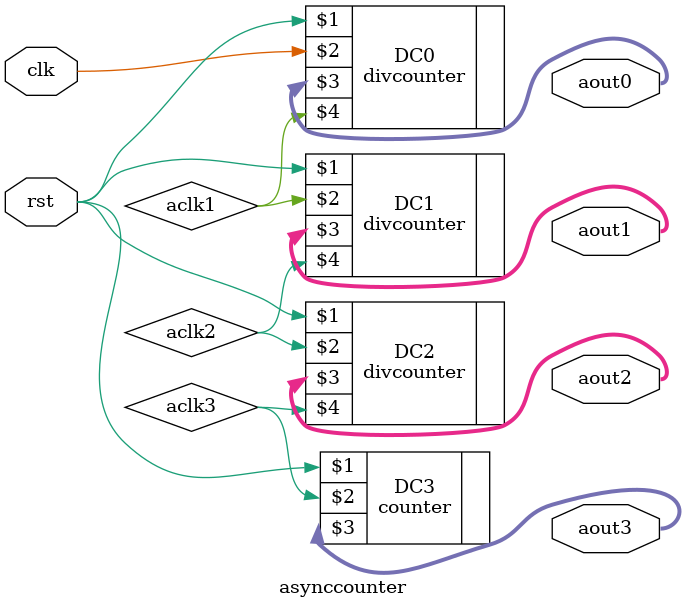
<source format=v>
module asynccounter(rst, clk, aout0, aout1, aout2, aout3);
input rst, clk;
output [3:0] aout0, aout1, aout2, aout3;
wire aclk1, aclk2, aclk3;

divcounter DC0(rst, clk, aout0, aclk1);
divcounter DC1(rst, aclk1, aout1, aclk2);
divcounter DC2(rst, aclk2, aout2, aclk3);
counter DC3(rst, aclk3, aout3);

endmodule
</source>
